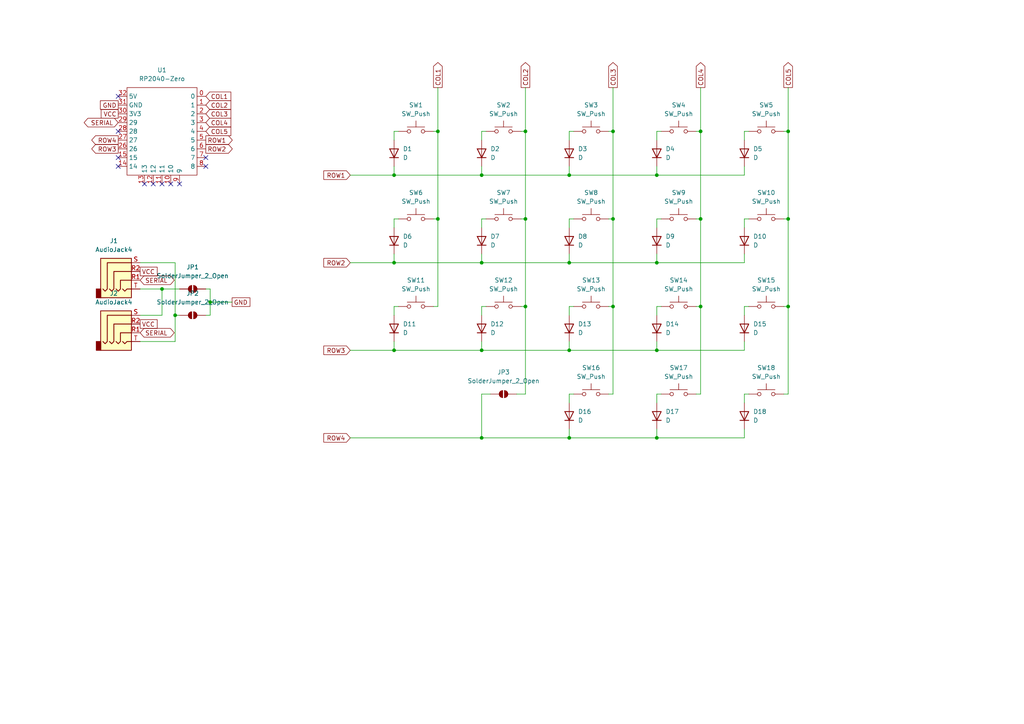
<source format=kicad_sch>
(kicad_sch (version 20250114) (generator "eeschema") (generator_version "9.0")
  (paper "A4")
  (lib_symbols
    (symbol "Connector_Audio:AudioJack4"
      (property "Reference" "J" (at 0 8.89 0))
      (property "Value" "AudioJack4" (at 0 6.35 0))
      (symbol "AudioJack4_0_1"
        (rectangle (start -6.35 -5.08) (end -7.62 -7.62) (stroke (width 0.254)) (fill (type outline)))
        (polyline (pts (xy -5.715 -5.08) (xy -5.08 -5.715) (xy -4.445 -5.08) (xy -4.445 2.54) (xy 2.54 2.54)) (stroke (width 0.254)))
        (polyline (pts (xy -1.905 -5.08) (xy -1.27 -5.715) (xy -0.635 -5.08) (xy -0.635 -2.54) (xy 2.54 -2.54)) (stroke (width 0.254)))
        (polyline (pts (xy 0 -5.08) (xy 0.635 -5.715) (xy 1.27 -5.08) (xy 2.54 -5.08)) (stroke (width 0.254)))
        (rectangle (start 2.54 3.81) (end -6.35 -7.62) (stroke (width 0.254)) (fill (type background)))
        (polyline (pts (xy 2.54 0) (xy -2.54 0) (xy -2.54 -5.08) (xy -3.175 -5.715) (xy -3.81 -5.08)) (stroke (width 0.254)))
      )
      (symbol "AudioJack4_1_1"
        (pin passive line (at 5.08 2.54 180) (length 2.54) (name "~") (number "S"))
        (pin passive line (at 5.08 0 180) (length 2.54) (name "~") (number "R2"))
        (pin passive line (at 5.08 -2.54 180) (length 2.54) (name "~") (number "R1"))
        (pin passive line (at 5.08 -5.08 180) (length 2.54) (name "~") (number "T"))
      )
    )
    (symbol "Device:D" (pin_numbers (hide yes)) (pin_names (offset 1.016) (hide yes))
      (property "Reference" "D" (at 0 2.54 0))
      (property "Value" "D" (at 0 -2.54 0))
      (symbol "D_0_1"
        (polyline (pts (xy -1.27 1.27) (xy -1.27 -1.27)) (stroke (width 0.254)))
        (polyline (pts (xy 1.27 1.27) (xy 1.27 -1.27) (xy -1.27 0) (xy 1.27 1.27)) (stroke (width 0.254)))
        (polyline (pts (xy 1.27 0) (xy -1.27 0)))
      )
      (symbol "D_1_1"
        (pin passive line (at -3.81 0 0) (length 2.54) (name "K") (number "1"))
        (pin passive line (at 3.81 0 180) (length 2.54) (name "A") (number "2"))
      )
    )
    (symbol "Jumper:SolderJumper_2_Open" (pin_numbers (hide yes)) (pin_names (offset 0) (hide yes)) (in_bom no)
      (property "Reference" "JP" (at 0 2.032 0))
      (property "Value" "SolderJumper_2_Open" (at 0 -2.54 0))
      (symbol "SolderJumper_2_Open_0_1"
        (polyline (pts (xy -0.254 1.016) (xy -0.254 -1.016)))
        (arc (start -0.254 -1.016) (mid -1.2656 0) (end -0.254 1.016))
        (arc (start -0.254 -1.016) (mid -1.2656 0) (end -0.254 1.016) (fill (type outline)))
        (arc (start 0.254 1.016) (mid 1.2656 0) (end 0.254 -1.016))
        (arc (start 0.254 1.016) (mid 1.2656 0) (end 0.254 -1.016) (fill (type outline)))
        (polyline (pts (xy 0.254 1.016) (xy 0.254 -1.016)))
      )
      (symbol "SolderJumper_2_Open_1_1"
        (pin passive line (at -3.81 0 0) (length 2.54) (name "A") (number "1"))
        (pin passive line (at 3.81 0 180) (length 2.54) (name "B") (number "2"))
      )
    )
    (symbol "Switch:SW_Push" (pin_numbers (hide yes)) (pin_names (offset 1.016) (hide yes))
      (property "Reference" "SW" (at 1.27 2.54 0))
      (property "Value" "SW_Push" (at 0 -1.524 0))
      (symbol "SW_Push_0_1"
        (circle (center -2.032 0) (radius 0.508))
        (polyline (pts (xy 0 1.27) (xy 0 3.048)))
        (circle (center 2.032 0) (radius 0.508))
        (polyline (pts (xy 2.54 1.27) (xy -2.54 1.27)))
        (pin passive line (at -5.08 0 0) (length 2.54) (name "1") (number "1"))
        (pin passive line (at 5.08 0 180) (length 2.54) (name "2") (number "2"))
      )
    )
    (symbol "isw-mcu:RP2040-Zero"
      (property "Reference" "U" (at 0 17.78 0))
      (property "Value" "RP2040-Zero" (at 0 15.24 0))
      (symbol "RP2040-Zero_0_1"
        (rectangle (start -10.16 12.7) (end 10.16 -12.7))
      )
      (symbol "RP2040-Zero_1_1"
        (pin power_out line (at -12.7 10.16 0) (length 2.54) (name "5V") (number "32"))
        (pin power_in line (at -12.7 7.62 0) (length 2.54) (name "GND") (number "31"))
        (pin power_out line (at -12.7 5.08 0) (length 2.54) (name "3V3") (number "30"))
        (pin bidirectional line (at -12.7 2.54 0) (length 2.54) (name "29") (number "29"))
        (pin bidirectional line (at -12.7 0 0) (length 2.54) (name "28") (number "28"))
        (pin bidirectional line (at -12.7 -2.54 0) (length 2.54) (name "27") (number "27"))
        (pin bidirectional line (at -12.7 -5.08 0) (length 2.54) (name "26") (number "26"))
        (pin bidirectional line (at -12.7 -7.62 0) (length 2.54) (name "15") (number "15"))
        (pin bidirectional line (at -12.7 -10.16 0) (length 2.54) (name "14") (number "14"))
        (pin bidirectional line (at -5.08 -15.24 90) (length 2.54) (name "13") (number "13"))
        (pin bidirectional line (at -2.54 -15.24 90) (length 2.54) (name "12") (number "12"))
        (pin bidirectional line (at 0 -15.24 90) (length 2.54) (name "11") (number "11"))
        (pin bidirectional line (at 2.54 -15.24 90) (length 2.54) (name "10") (number "10"))
        (pin bidirectional line (at 5.08 -15.24 90) (length 2.54) (name "9") (number "9"))
        (pin tri_state line (at 12.7 10.16 180) (length 2.54) (name "0") (number "0"))
        (pin bidirectional line (at 12.7 7.62 180) (length 2.54) (name "1") (number "1"))
        (pin bidirectional line (at 12.7 5.08 180) (length 2.54) (name "2") (number "2"))
        (pin bidirectional line (at 12.7 2.54 180) (length 2.54) (name "3") (number "3"))
        (pin bidirectional line (at 12.7 0 180) (length 2.54) (name "4") (number "4"))
        (pin bidirectional line (at 12.7 -2.54 180) (length 2.54) (name "5") (number "5"))
        (pin bidirectional line (at 12.7 -5.08 180) (length 2.54) (name "6") (number "6"))
        (pin bidirectional line (at 12.7 -7.62 180) (length 2.54) (name "7") (number "7"))
        (pin bidirectional line (at 12.7 -10.16 180) (length 2.54) (name "8") (number "8"))
      )
    )
  )
  (junction (at 190.5 101.6))
  (junction (at 139.7 101.6))
  (junction (at 203.2 88.9))
  (junction (at 46.99 83.82))
  (junction (at 165.1 76.2))
  (junction (at 177.8 63.5))
  (junction (at 50.8 91.44))
  (junction (at 114.3 76.2))
  (junction (at 190.5 127))
  (junction (at 203.2 63.5))
  (junction (at 139.7 50.8))
  (junction (at 190.5 76.2))
  (junction (at 177.8 88.9))
  (junction (at 228.6 38.1))
  (junction (at 127 63.5))
  (junction (at 114.3 50.8))
  (junction (at 60.96 87.63))
  (junction (at 165.1 101.6))
  (junction (at 190.5 50.8))
  (junction (at 165.1 50.8))
  (junction (at 228.6 63.5))
  (junction (at 165.1 127))
  (junction (at 152.4 63.5))
  (junction (at 203.2 38.1))
  (junction (at 152.4 88.9))
  (junction (at 114.3 101.6))
  (junction (at 228.6 88.9))
  (junction (at 139.7 127))
  (junction (at 177.8 38.1))
  (junction (at 139.7 76.2))
  (junction (at 127 38.1))
  (junction (at 152.4 38.1))
  (no_connect (at 34.29 48.26))
  (no_connect (at 59.69 45.72))
  (no_connect (at 34.29 38.1))
  (no_connect (at 59.69 48.26))
  (no_connect (at 44.45 53.34))
  (no_connect (at 49.53 53.34))
  (no_connect (at 52.07 53.34))
  (no_connect (at 34.29 45.72))
  (no_connect (at 34.29 27.94))
  (no_connect (at 41.91 53.34))
  (no_connect (at 46.99 53.34))
  (wire (pts (xy 215.9 63.5) (xy 215.9 66.04)))
  (wire (pts (xy 59.69 91.44) (xy 60.96 91.44)))
  (wire (pts (xy 139.7 101.6) (xy 114.3 101.6)))
  (wire (pts (xy 215.9 76.2) (xy 190.5 76.2)))
  (wire (pts (xy 228.6 63.5) (xy 228.6 88.9)))
  (wire (pts (xy 201.93 63.5) (xy 203.2 63.5)))
  (wire (pts (xy 215.9 88.9) (xy 215.9 91.44)))
  (wire (pts (xy 139.7 76.2) (xy 114.3 76.2)))
  (wire (pts (xy 190.5 124.46) (xy 190.5 127)))
  (wire (pts (xy 165.1 73.66) (xy 165.1 76.2)))
  (wire (pts (xy 46.99 91.44) (xy 40.64 91.44)))
  (wire (pts (xy 228.6 114.3) (xy 227.33 114.3)))
  (wire (pts (xy 60.96 91.44) (xy 60.96 87.63)))
  (wire (pts (xy 201.93 38.1) (xy 203.2 38.1)))
  (wire (pts (xy 190.5 63.5) (xy 190.5 66.04)))
  (wire (pts (xy 152.4 63.5) (xy 152.4 88.9)))
  (wire (pts (xy 177.8 25.4) (xy 177.8 38.1)))
  (wire (pts (xy 191.77 88.9) (xy 190.5 88.9)))
  (wire (pts (xy 114.3 50.8) (xy 101.6 50.8)))
  (wire (pts (xy 190.5 50.8) (xy 165.1 50.8)))
  (wire (pts (xy 114.3 76.2) (xy 101.6 76.2)))
  (wire (pts (xy 228.6 88.9) (xy 228.6 114.3)))
  (wire (pts (xy 50.8 91.44) (xy 52.07 91.44)))
  (wire (pts (xy 191.77 114.3) (xy 190.5 114.3)))
  (wire (pts (xy 50.8 99.06) (xy 50.8 91.44)))
  (wire (pts (xy 127 63.5) (xy 127 88.9)))
  (wire (pts (xy 215.9 73.66) (xy 215.9 76.2)))
  (wire (pts (xy 139.7 114.3) (xy 142.24 114.3)))
  (wire (pts (xy 139.7 73.66) (xy 139.7 76.2)))
  (wire (pts (xy 152.4 25.4) (xy 152.4 38.1)))
  (wire (pts (xy 190.5 48.26) (xy 190.5 50.8)))
  (wire (pts (xy 201.93 114.3) (xy 203.2 114.3)))
  (wire (pts (xy 190.5 88.9) (xy 190.5 91.44)))
  (wire (pts (xy 165.1 101.6) (xy 139.7 101.6)))
  (wire (pts (xy 177.8 63.5) (xy 177.8 88.9)))
  (wire (pts (xy 228.6 25.4) (xy 228.6 38.1)))
  (wire (pts (xy 125.73 63.5) (xy 127 63.5)))
  (wire (pts (xy 177.8 38.1) (xy 177.8 63.5)))
  (wire (pts (xy 115.57 63.5) (xy 114.3 63.5)))
  (wire (pts (xy 50.8 91.44) (xy 50.8 76.2)))
  (wire (pts (xy 215.9 38.1) (xy 215.9 40.64)))
  (wire (pts (xy 165.1 76.2) (xy 139.7 76.2)))
  (wire (pts (xy 227.33 63.5) (xy 228.6 63.5)))
  (wire (pts (xy 217.17 114.3) (xy 215.9 114.3)))
  (wire (pts (xy 215.9 48.26) (xy 215.9 50.8)))
  (wire (pts (xy 176.53 38.1) (xy 177.8 38.1)))
  (wire (pts (xy 166.37 38.1) (xy 165.1 38.1)))
  (wire (pts (xy 215.9 99.06) (xy 215.9 101.6)))
  (wire (pts (xy 166.37 88.9) (xy 165.1 88.9)))
  (wire (pts (xy 201.93 88.9) (xy 203.2 88.9)))
  (wire (pts (xy 139.7 63.5) (xy 139.7 66.04)))
  (wire (pts (xy 115.57 38.1) (xy 114.3 38.1)))
  (wire (pts (xy 139.7 127) (xy 165.1 127)))
  (wire (pts (xy 165.1 99.06) (xy 165.1 101.6)))
  (wire (pts (xy 215.9 50.8) (xy 190.5 50.8)))
  (wire (pts (xy 114.3 48.26) (xy 114.3 50.8)))
  (wire (pts (xy 151.13 63.5) (xy 152.4 63.5)))
  (wire (pts (xy 151.13 88.9) (xy 152.4 88.9)))
  (wire (pts (xy 227.33 88.9) (xy 228.6 88.9)))
  (wire (pts (xy 152.4 38.1) (xy 152.4 63.5)))
  (wire (pts (xy 227.33 38.1) (xy 228.6 38.1)))
  (wire (pts (xy 114.3 101.6) (xy 101.6 101.6)))
  (wire (pts (xy 139.7 114.3) (xy 139.7 127)))
  (wire (pts (xy 40.64 76.2) (xy 50.8 76.2)))
  (wire (pts (xy 114.3 73.66) (xy 114.3 76.2)))
  (wire (pts (xy 190.5 101.6) (xy 165.1 101.6)))
  (wire (pts (xy 215.9 124.46) (xy 215.9 127)))
  (wire (pts (xy 190.5 99.06) (xy 190.5 101.6)))
  (wire (pts (xy 127 88.9) (xy 125.73 88.9)))
  (wire (pts (xy 165.1 38.1) (xy 165.1 40.64)))
  (wire (pts (xy 46.99 83.82) (xy 46.99 91.44)))
  (wire (pts (xy 176.53 63.5) (xy 177.8 63.5)))
  (wire (pts (xy 215.9 101.6) (xy 190.5 101.6)))
  (wire (pts (xy 125.73 38.1) (xy 127 38.1)))
  (wire (pts (xy 140.97 63.5) (xy 139.7 63.5)))
  (wire (pts (xy 203.2 88.9) (xy 203.2 114.3)))
  (wire (pts (xy 165.1 88.9) (xy 165.1 91.44)))
  (wire (pts (xy 152.4 114.3) (xy 149.86 114.3)))
  (wire (pts (xy 60.96 83.82) (xy 59.69 83.82)))
  (wire (pts (xy 165.1 124.46) (xy 165.1 127)))
  (wire (pts (xy 165.1 63.5) (xy 165.1 66.04)))
  (wire (pts (xy 152.4 88.9) (xy 152.4 114.3)))
  (wire (pts (xy 176.53 114.3) (xy 177.8 114.3)))
  (wire (pts (xy 40.64 83.82) (xy 46.99 83.82)))
  (wire (pts (xy 166.37 114.3) (xy 165.1 114.3)))
  (wire (pts (xy 114.3 63.5) (xy 114.3 66.04)))
  (wire (pts (xy 190.5 76.2) (xy 165.1 76.2)))
  (wire (pts (xy 217.17 38.1) (xy 215.9 38.1)))
  (wire (pts (xy 190.5 114.3) (xy 190.5 116.84)))
  (wire (pts (xy 139.7 99.06) (xy 139.7 101.6)))
  (wire (pts (xy 166.37 63.5) (xy 165.1 63.5)))
  (wire (pts (xy 67.31 87.63) (xy 60.96 87.63)))
  (wire (pts (xy 191.77 38.1) (xy 190.5 38.1)))
  (wire (pts (xy 217.17 88.9) (xy 215.9 88.9)))
  (wire (pts (xy 60.96 83.82) (xy 60.96 87.63)))
  (wire (pts (xy 151.13 38.1) (xy 152.4 38.1)))
  (wire (pts (xy 203.2 38.1) (xy 203.2 63.5)))
  (wire (pts (xy 139.7 38.1) (xy 139.7 40.64)))
  (wire (pts (xy 190.5 38.1) (xy 190.5 40.64)))
  (wire (pts (xy 203.2 25.4) (xy 203.2 38.1)))
  (wire (pts (xy 114.3 88.9) (xy 114.3 91.44)))
  (wire (pts (xy 127 25.4) (xy 127 38.1)))
  (wire (pts (xy 115.57 88.9) (xy 114.3 88.9)))
  (wire (pts (xy 177.8 114.3) (xy 177.8 88.9)))
  (wire (pts (xy 203.2 63.5) (xy 203.2 88.9)))
  (wire (pts (xy 217.17 63.5) (xy 215.9 63.5)))
  (wire (pts (xy 52.07 83.82) (xy 46.99 83.82)))
  (wire (pts (xy 215.9 114.3) (xy 215.9 116.84)))
  (wire (pts (xy 139.7 88.9) (xy 139.7 91.44)))
  (wire (pts (xy 40.64 99.06) (xy 50.8 99.06)))
  (wire (pts (xy 177.8 88.9) (xy 176.53 88.9)))
  (wire (pts (xy 114.3 38.1) (xy 114.3 40.64)))
  (wire (pts (xy 228.6 38.1) (xy 228.6 63.5)))
  (wire (pts (xy 127 38.1) (xy 127 63.5)))
  (wire (pts (xy 191.77 63.5) (xy 190.5 63.5)))
  (wire (pts (xy 165.1 50.8) (xy 139.7 50.8)))
  (wire (pts (xy 190.5 73.66) (xy 190.5 76.2)))
  (wire (pts (xy 165.1 127) (xy 190.5 127)))
  (wire (pts (xy 190.5 127) (xy 215.9 127)))
  (wire (pts (xy 140.97 38.1) (xy 139.7 38.1)))
  (wire (pts (xy 139.7 50.8) (xy 114.3 50.8)))
  (wire (pts (xy 165.1 48.26) (xy 165.1 50.8)))
  (wire (pts (xy 114.3 99.06) (xy 114.3 101.6)))
  (wire (pts (xy 139.7 48.26) (xy 139.7 50.8)))
  (wire (pts (xy 140.97 88.9) (xy 139.7 88.9)))
  (wire (pts (xy 165.1 114.3) (xy 165.1 116.84)))
  (wire (pts (xy 101.6 127) (xy 139.7 127)))
  (global_label "ROW1" (shape output) (at 59.69 40.64 0) (property "Intersheetrefs" "${INTERSHEET_REFS}" (effects (hide yes))))
  (global_label "COL5" (shape input) (at 59.69 38.1 0) (property "Intersheetrefs" "${INTERSHEET_REFS}" (effects (hide yes))))
  (global_label "ROW1" (shape input) (at 101.6 50.8 180) (property "Intersheetrefs" "${INTERSHEET_REFS}" (effects (hide yes))))
  (global_label "SERIAL" (shape bidirectional) (at 40.64 96.52 0) (property "Intersheetrefs" "${INTERSHEET_REFS}" (effects (hide yes))))
  (global_label "ROW3" (shape output) (at 34.29 43.18 180) (property "Intersheetrefs" "${INTERSHEET_REFS}" (effects (hide yes))))
  (global_label "ROW4" (shape input) (at 101.6 127 180) (property "Intersheetrefs" "${INTERSHEET_REFS}" (effects (hide yes))))
  (global_label "VCC" (shape passive) (at 40.64 78.74 0) (property "Intersheetrefs" "${INTERSHEET_REFS}" (effects (hide yes))))
  (global_label "ROW3" (shape input) (at 101.6 101.6 180) (property "Intersheetrefs" "${INTERSHEET_REFS}" (effects (hide yes))))
  (global_label "GND" (shape passive) (at 67.31 87.63 0) (property "Intersheetrefs" "${INTERSHEET_REFS}" (effects (hide yes))))
  (global_label "SERIAL" (shape bidirectional) (at 40.64 81.28 0) (property "Intersheetrefs" "${INTERSHEET_REFS}" (effects (hide yes))))
  (global_label "COL1" (shape input) (at 59.69 27.94 0) (property "Intersheetrefs" "${INTERSHEET_REFS}" (effects (hide yes))))
  (global_label "COL2" (shape input) (at 59.69 30.48 0) (property "Intersheetrefs" "${INTERSHEET_REFS}" (effects (hide yes))))
  (global_label "VCC" (shape passive) (at 34.29 33.02 180) (property "Intersheetrefs" "${INTERSHEET_REFS}" (effects (hide yes))))
  (global_label "COL2" (shape output) (at 152.4 25.4 90) (property "Intersheetrefs" "${INTERSHEET_REFS}" (effects (hide yes))))
  (global_label "SERIAL" (shape bidirectional) (at 34.29 35.56 180) (property "Intersheetrefs" "${INTERSHEET_REFS}" (effects (hide yes))))
  (global_label "COL4" (shape input) (at 59.69 35.56 0) (property "Intersheetrefs" "${INTERSHEET_REFS}" (effects (hide yes))))
  (global_label "COL3" (shape input) (at 59.69 33.02 0) (property "Intersheetrefs" "${INTERSHEET_REFS}" (effects (hide yes))))
  (global_label "ROW4" (shape output) (at 34.29 40.64 180) (property "Intersheetrefs" "${INTERSHEET_REFS}" (effects (hide yes))))
  (global_label "COL1" (shape output) (at 127 25.4 90) (property "Intersheetrefs" "${INTERSHEET_REFS}" (effects (hide yes))))
  (global_label "GND" (shape passive) (at 34.29 30.48 180) (property "Intersheetrefs" "${INTERSHEET_REFS}" (effects (hide yes))))
  (global_label "VCC" (shape passive) (at 40.64 93.98 0) (property "Intersheetrefs" "${INTERSHEET_REFS}" (effects (hide yes))))
  (global_label "COL5" (shape output) (at 228.6 25.4 90) (property "Intersheetrefs" "${INTERSHEET_REFS}" (effects (hide yes))))
  (global_label "ROW2" (shape input) (at 101.6 76.2 180) (property "Intersheetrefs" "${INTERSHEET_REFS}" (effects (hide yes))))
  (global_label "ROW2" (shape output) (at 59.69 43.18 0) (property "Intersheetrefs" "${INTERSHEET_REFS}" (effects (hide yes))))
  (global_label "COL4" (shape output) (at 203.2 25.4 90) (property "Intersheetrefs" "${INTERSHEET_REFS}" (effects (hide yes))))
  (global_label "COL3" (shape output) (at 177.8 25.4 90) (property "Intersheetrefs" "${INTERSHEET_REFS}" (effects (hide yes))))
  (symbol (lib_id "Switch:SW_Push") (at 120.65 63.5 0) (unit 1)
    (property "Reference" "SW6" (at 120.65 55.88 0))
    (property "Value" "SW_Push" (at 120.65 58.42 0))
    (property "Description" "Push button switch, generic, two pins" (effects (hide yes)))
  )
  (symbol (lib_id "Switch:SW_Push") (at 222.25 114.3 0) (unit 1)
    (property "Reference" "SW18" (at 222.25 106.68 0))
    (property "Value" "SW_Push" (at 222.25 109.22 0))
    (property "Description" "Push button switch, generic, two pins" (effects (hide yes)))
  )
  (symbol (lib_id "Device:D") (at 215.9 95.25 90) (unit 1)
    (property "Reference" "D15" (at 218.44 93.9799 90) (effects (justify right)))
    (property "Value" "D" (at 218.44 96.5199 90) (effects (justify right)))
    (property "Description" "Diode" (effects (hide yes)))
    (property "Sim.Device" "D" (effects (hide yes)))
    (property "Sim.Pins" "1=K 2=A" (effects (hide yes)))
  )
  (symbol (lib_id "Switch:SW_Push") (at 171.45 114.3 0) (unit 1)
    (property "Reference" "SW16" (at 171.45 106.68 0))
    (property "Value" "SW_Push" (at 171.45 109.22 0))
    (property "Description" "Push button switch, generic, two pins" (effects (hide yes)))
  )
  (symbol (lib_id "Switch:SW_Push") (at 222.25 38.1 0) (unit 1)
    (property "Reference" "SW5" (at 222.25 30.48 0))
    (property "Value" "SW_Push" (at 222.25 33.02 0))
    (property "Description" "Push button switch, generic, two pins" (effects (hide yes)))
  )
  (symbol (lib_id "Device:D") (at 215.9 69.85 90) (unit 1)
    (property "Reference" "D10" (at 218.44 68.5799 90) (effects (justify right)))
    (property "Value" "D" (at 218.44 71.1199 90) (effects (justify right)))
    (property "Description" "Diode" (effects (hide yes)))
    (property "Sim.Device" "D" (effects (hide yes)))
    (property "Sim.Pins" "1=K 2=A" (effects (hide yes)))
  )
  (symbol (lib_id "Device:D") (at 165.1 69.85 90) (unit 1)
    (property "Reference" "D8" (at 167.64 68.5799 90) (effects (justify right)))
    (property "Value" "D" (at 167.64 71.1199 90) (effects (justify right)))
    (property "Description" "Diode" (effects (hide yes)))
    (property "Sim.Device" "D" (effects (hide yes)))
    (property "Sim.Pins" "1=K 2=A" (effects (hide yes)))
  )
  (symbol (lib_id "Device:D") (at 165.1 95.25 90) (unit 1)
    (property "Reference" "D13" (at 167.64 93.9799 90) (effects (justify right)))
    (property "Value" "D" (at 167.64 96.5199 90) (effects (justify right)))
    (property "Description" "Diode" (effects (hide yes)))
    (property "Sim.Device" "D" (effects (hide yes)))
    (property "Sim.Pins" "1=K 2=A" (effects (hide yes)))
  )
  (symbol (lib_id "isw-mcu:RP2040-Zero") (at 46.99 38.1 0) (unit 1)
    (property "Reference" "U1" (at 46.99 20.32 0))
    (property "Value" "RP2040-Zero" (at 46.99 22.86 0))
  )
  (symbol (lib_id "Device:D") (at 114.3 69.85 90) (unit 1)
    (property "Reference" "D6" (at 116.84 68.5799 90) (effects (justify right)))
    (property "Value" "D" (at 116.84 71.1199 90) (effects (justify right)))
    (property "Description" "Diode" (effects (hide yes)))
    (property "Sim.Device" "D" (effects (hide yes)))
    (property "Sim.Pins" "1=K 2=A" (effects (hide yes)))
  )
  (symbol (lib_id "Device:D") (at 165.1 44.45 90) (unit 1)
    (property "Reference" "D3" (at 167.64 43.1799 90) (effects (justify right)))
    (property "Value" "D" (at 167.64 45.7199 90) (effects (justify right)))
    (property "Description" "Diode" (effects (hide yes)))
    (property "Sim.Device" "D" (effects (hide yes)))
    (property "Sim.Pins" "1=K 2=A" (effects (hide yes)))
  )
  (symbol (lib_id "Switch:SW_Push") (at 196.85 38.1 0) (unit 1)
    (property "Reference" "SW4" (at 196.85 30.48 0))
    (property "Value" "SW_Push" (at 196.85 33.02 0))
    (property "Description" "Push button switch, generic, two pins" (effects (hide yes)))
  )
  (symbol (lib_id "Device:D") (at 190.5 120.65 90) (unit 1)
    (property "Reference" "D17" (at 193.04 119.3799 90) (effects (justify right)))
    (property "Value" "D" (at 193.04 121.9199 90) (effects (justify right)))
    (property "Description" "Diode" (effects (hide yes)))
    (property "Sim.Device" "D" (effects (hide yes)))
    (property "Sim.Pins" "1=K 2=A" (effects (hide yes)))
  )
  (symbol (lib_id "Device:D") (at 190.5 44.45 90) (unit 1)
    (property "Reference" "D4" (at 193.04 43.1799 90) (effects (justify right)))
    (property "Value" "D" (at 193.04 45.7199 90) (effects (justify right)))
    (property "Description" "Diode" (effects (hide yes)))
    (property "Sim.Device" "D" (effects (hide yes)))
    (property "Sim.Pins" "1=K 2=A" (effects (hide yes)))
  )
  (symbol (lib_id "Connector_Audio:AudioJack4") (at 35.56 93.98 0) (unit 1)
    (property "Reference" "J2" (at 33.02 85.09 0))
    (property "Value" "AudioJack4" (at 33.02 87.63 0))
    (property "Description" "Audio Jack, 4 Poles (TRRS)" (effects (hide yes)))
  )
  (symbol (lib_id "Switch:SW_Push") (at 196.85 63.5 0) (unit 1)
    (property "Reference" "SW9" (at 196.85 55.88 0))
    (property "Value" "SW_Push" (at 196.85 58.42 0))
    (property "Description" "Push button switch, generic, two pins" (effects (hide yes)))
  )
  (symbol (lib_id "Switch:SW_Push") (at 196.85 114.3 0) (unit 1)
    (property "Reference" "SW17" (at 196.85 106.68 0))
    (property "Value" "SW_Push" (at 196.85 109.22 0))
    (property "Description" "Push button switch, generic, two pins" (effects (hide yes)))
  )
  (symbol (lib_id "Device:D") (at 139.7 69.85 90) (unit 1)
    (property "Reference" "D7" (at 142.24 68.5799 90) (effects (justify right)))
    (property "Value" "D" (at 142.24 71.1199 90) (effects (justify right)))
    (property "Description" "Diode" (effects (hide yes)))
    (property "Sim.Device" "D" (effects (hide yes)))
    (property "Sim.Pins" "1=K 2=A" (effects (hide yes)))
  )
  (symbol (lib_id "Device:D") (at 139.7 95.25 90) (unit 1)
    (property "Reference" "D12" (at 142.24 93.9799 90) (effects (justify right)))
    (property "Value" "D" (at 142.24 96.5199 90) (effects (justify right)))
    (property "Description" "Diode" (effects (hide yes)))
    (property "Sim.Device" "D" (effects (hide yes)))
    (property "Sim.Pins" "1=K 2=A" (effects (hide yes)))
  )
  (symbol (lib_id "Switch:SW_Push") (at 146.05 63.5 0) (unit 1)
    (property "Reference" "SW7" (at 146.05 55.88 0))
    (property "Value" "SW_Push" (at 146.05 58.42 0))
    (property "Description" "Push button switch, generic, two pins" (effects (hide yes)))
  )
  (symbol (lib_id "Device:D") (at 190.5 69.85 90) (unit 1)
    (property "Reference" "D9" (at 193.04 68.5799 90) (effects (justify right)))
    (property "Value" "D" (at 193.04 71.1199 90) (effects (justify right)))
    (property "Description" "Diode" (effects (hide yes)))
    (property "Sim.Device" "D" (effects (hide yes)))
    (property "Sim.Pins" "1=K 2=A" (effects (hide yes)))
  )
  (symbol (lib_id "Jumper:SolderJumper_2_Open") (at 146.05 114.3 0) (unit 1) (in_bom no)
    (property "Reference" "JP3" (at 146.05 107.95 0))
    (property "Value" "SolderJumper_2_Open" (at 146.05 110.49 0))
    (property "Description" "Solder Jumper, 2-pole, open" (effects (hide yes)))
  )
  (symbol (lib_id "Switch:SW_Push") (at 146.05 38.1 0) (unit 1)
    (property "Reference" "SW2" (at 146.05 30.48 0))
    (property "Value" "SW_Push" (at 146.05 33.02 0))
    (property "Description" "Push button switch, generic, two pins" (effects (hide yes)))
  )
  (symbol (lib_id "Device:D") (at 114.3 44.45 90) (unit 1)
    (property "Reference" "D1" (at 116.84 43.1799 90) (effects (justify right)))
    (property "Value" "D" (at 116.84 45.7199 90) (effects (justify right)))
    (property "Description" "Diode" (effects (hide yes)))
    (property "Sim.Device" "D" (effects (hide yes)))
    (property "Sim.Pins" "1=K 2=A" (effects (hide yes)))
  )
  (symbol (lib_id "Switch:SW_Push") (at 120.65 88.9 0) (unit 1)
    (property "Reference" "SW11" (at 120.65 81.28 0))
    (property "Value" "SW_Push" (at 120.65 83.82 0))
    (property "Description" "Push button switch, generic, two pins" (effects (hide yes)))
  )
  (symbol (lib_id "Switch:SW_Push") (at 171.45 38.1 0) (unit 1)
    (property "Reference" "SW3" (at 171.45 30.48 0))
    (property "Value" "SW_Push" (at 171.45 33.02 0))
    (property "Description" "Push button switch, generic, two pins" (effects (hide yes)))
  )
  (symbol (lib_id "Jumper:SolderJumper_2_Open") (at 55.88 91.44 0) (unit 1) (in_bom no)
    (property "Reference" "JP2" (at 55.88 85.09 0))
    (property "Value" "SolderJumper_2_Open" (at 55.88 87.63 0))
    (property "Description" "Solder Jumper, 2-pole, open" (effects (hide yes)))
  )
  (symbol (lib_id "Switch:SW_Push") (at 196.85 88.9 0) (unit 1)
    (property "Reference" "SW14" (at 196.85 81.28 0))
    (property "Value" "SW_Push" (at 196.85 83.82 0))
    (property "Description" "Push button switch, generic, two pins" (effects (hide yes)))
  )
  (symbol (lib_id "Jumper:SolderJumper_2_Open") (at 55.88 83.82 0) (unit 1) (in_bom no)
    (property "Reference" "JP1" (at 55.88 77.47 0))
    (property "Value" "SolderJumper_2_Open" (at 55.88 80.01 0))
    (property "Description" "Solder Jumper, 2-pole, open" (effects (hide yes)))
  )
  (symbol (lib_id "Device:D") (at 190.5 95.25 90) (unit 1)
    (property "Reference" "D14" (at 193.04 93.9799 90) (effects (justify right)))
    (property "Value" "D" (at 193.04 96.5199 90) (effects (justify right)))
    (property "Description" "Diode" (effects (hide yes)))
    (property "Sim.Device" "D" (effects (hide yes)))
    (property "Sim.Pins" "1=K 2=A" (effects (hide yes)))
  )
  (symbol (lib_id "Device:D") (at 114.3 95.25 90) (unit 1)
    (property "Reference" "D11" (at 116.84 93.9799 90) (effects (justify right)))
    (property "Value" "D" (at 116.84 96.5199 90) (effects (justify right)))
    (property "Description" "Diode" (effects (hide yes)))
    (property "Sim.Device" "D" (effects (hide yes)))
    (property "Sim.Pins" "1=K 2=A" (effects (hide yes)))
  )
  (symbol (lib_id "Device:D") (at 165.1 120.65 90) (unit 1)
    (property "Reference" "D16" (at 167.64 119.3799 90) (effects (justify right)))
    (property "Value" "D" (at 167.64 121.9199 90) (effects (justify right)))
    (property "Description" "Diode" (effects (hide yes)))
    (property "Sim.Device" "D" (effects (hide yes)))
    (property "Sim.Pins" "1=K 2=A" (effects (hide yes)))
  )
  (symbol (lib_id "Switch:SW_Push") (at 171.45 63.5 0) (unit 1)
    (property "Reference" "SW8" (at 171.45 55.88 0))
    (property "Value" "SW_Push" (at 171.45 58.42 0))
    (property "Description" "Push button switch, generic, two pins" (effects (hide yes)))
  )
  (symbol (lib_id "Device:D") (at 215.9 44.45 90) (unit 1)
    (property "Reference" "D5" (at 218.44 43.1799 90) (effects (justify right)))
    (property "Value" "D" (at 218.44 45.7199 90) (effects (justify right)))
    (property "Description" "Diode" (effects (hide yes)))
    (property "Sim.Device" "D" (effects (hide yes)))
    (property "Sim.Pins" "1=K 2=A" (effects (hide yes)))
  )
  (symbol (lib_id "Connector_Audio:AudioJack4") (at 35.56 78.74 0) (unit 1)
    (property "Reference" "J1" (at 33.02 69.85 0))
    (property "Value" "AudioJack4" (at 33.02 72.39 0))
    (property "Description" "Audio Jack, 4 Poles (TRRS)" (effects (hide yes)))
  )
  (symbol (lib_id "Switch:SW_Push") (at 171.45 88.9 0) (unit 1)
    (property "Reference" "SW13" (at 171.45 81.28 0))
    (property "Value" "SW_Push" (at 171.45 83.82 0))
    (property "Description" "Push button switch, generic, two pins" (effects (hide yes)))
  )
  (symbol (lib_id "Device:D") (at 139.7 44.45 90) (unit 1)
    (property "Reference" "D2" (at 142.24 43.1799 90) (effects (justify right)))
    (property "Value" "D" (at 142.24 45.7199 90) (effects (justify right)))
    (property "Description" "Diode" (effects (hide yes)))
    (property "Sim.Device" "D" (effects (hide yes)))
    (property "Sim.Pins" "1=K 2=A" (effects (hide yes)))
  )
  (symbol (lib_id "Switch:SW_Push") (at 146.05 88.9 0) (unit 1)
    (property "Reference" "SW12" (at 146.05 81.28 0))
    (property "Value" "SW_Push" (at 146.05 83.82 0))
    (property "Description" "Push button switch, generic, two pins" (effects (hide yes)))
  )
  (symbol (lib_id "Device:D") (at 215.9 120.65 90) (unit 1)
    (property "Reference" "D18" (at 218.44 119.3799 90) (effects (justify right)))
    (property "Value" "D" (at 218.44 121.9199 90) (effects (justify right)))
    (property "Description" "Diode" (effects (hide yes)))
    (property "Sim.Device" "D" (effects (hide yes)))
    (property "Sim.Pins" "1=K 2=A" (effects (hide yes)))
  )
  (symbol (lib_id "Switch:SW_Push") (at 222.25 88.9 0) (unit 1)
    (property "Reference" "SW15" (at 222.25 81.28 0))
    (property "Value" "SW_Push" (at 222.25 83.82 0))
    (property "Description" "Push button switch, generic, two pins" (effects (hide yes)))
  )
  (symbol (lib_id "Switch:SW_Push") (at 222.25 63.5 0) (unit 1)
    (property "Reference" "SW10" (at 222.25 55.88 0))
    (property "Value" "SW_Push" (at 222.25 58.42 0))
    (property "Description" "Push button switch, generic, two pins" (effects (hide yes)))
  )
  (symbol (lib_id "Switch:SW_Push") (at 120.65 38.1 0) (unit 1)
    (property "Reference" "SW1" (at 120.65 30.48 0))
    (property "Value" "SW_Push" (at 120.65 33.02 0))
    (property "Description" "Push button switch, generic, two pins" (effects (hide yes)))
  )
)
</source>
